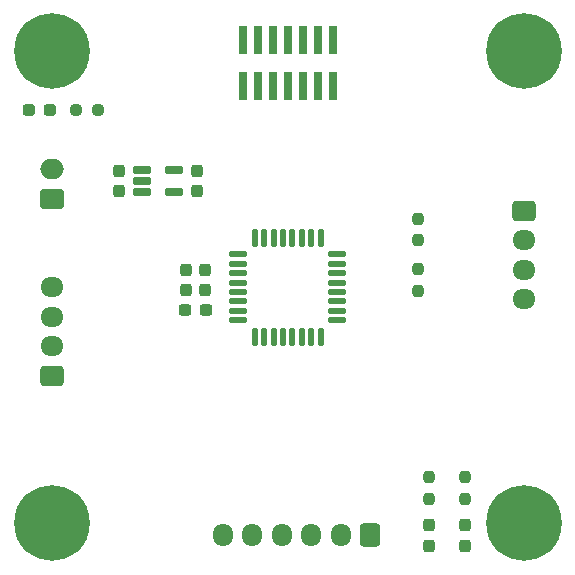
<source format=gbr>
%TF.GenerationSoftware,KiCad,Pcbnew,9.0.7*%
%TF.CreationDate,2026-02-11T09:42:12+01:00*%
%TF.ProjectId,3DN_td_kicad,33444e5f-7464-45f6-9b69-6361642e6b69,1.0*%
%TF.SameCoordinates,Original*%
%TF.FileFunction,Soldermask,Top*%
%TF.FilePolarity,Negative*%
%FSLAX46Y46*%
G04 Gerber Fmt 4.6, Leading zero omitted, Abs format (unit mm)*
G04 Created by KiCad (PCBNEW 9.0.7) date 2026-02-11 09:42:12*
%MOMM*%
%LPD*%
G01*
G04 APERTURE LIST*
G04 Aperture macros list*
%AMRoundRect*
0 Rectangle with rounded corners*
0 $1 Rounding radius*
0 $2 $3 $4 $5 $6 $7 $8 $9 X,Y pos of 4 corners*
0 Add a 4 corners polygon primitive as box body*
4,1,4,$2,$3,$4,$5,$6,$7,$8,$9,$2,$3,0*
0 Add four circle primitives for the rounded corners*
1,1,$1+$1,$2,$3*
1,1,$1+$1,$4,$5*
1,1,$1+$1,$6,$7*
1,1,$1+$1,$8,$9*
0 Add four rect primitives between the rounded corners*
20,1,$1+$1,$2,$3,$4,$5,0*
20,1,$1+$1,$4,$5,$6,$7,0*
20,1,$1+$1,$6,$7,$8,$9,0*
20,1,$1+$1,$8,$9,$2,$3,0*%
G04 Aperture macros list end*
%ADD10RoundRect,0.162500X-0.617500X-0.162500X0.617500X-0.162500X0.617500X0.162500X-0.617500X0.162500X0*%
%ADD11RoundRect,0.125000X-0.625000X-0.125000X0.625000X-0.125000X0.625000X0.125000X-0.625000X0.125000X0*%
%ADD12RoundRect,0.125000X-0.125000X-0.625000X0.125000X-0.625000X0.125000X0.625000X-0.125000X0.625000X0*%
%ADD13RoundRect,0.237500X-0.237500X0.250000X-0.237500X-0.250000X0.237500X-0.250000X0.237500X0.250000X0*%
%ADD14RoundRect,0.237500X0.250000X0.237500X-0.250000X0.237500X-0.250000X-0.237500X0.250000X-0.237500X0*%
%ADD15RoundRect,0.237500X0.237500X-0.250000X0.237500X0.250000X-0.237500X0.250000X-0.237500X-0.250000X0*%
%ADD16RoundRect,0.250000X0.750000X-0.600000X0.750000X0.600000X-0.750000X0.600000X-0.750000X-0.600000X0*%
%ADD17O,2.000000X1.700000*%
%ADD18RoundRect,0.250000X-0.725000X0.600000X-0.725000X-0.600000X0.725000X-0.600000X0.725000X0.600000X0*%
%ADD19O,1.950000X1.700000*%
%ADD20RoundRect,0.250000X0.600000X0.725000X-0.600000X0.725000X-0.600000X-0.725000X0.600000X-0.725000X0*%
%ADD21O,1.700000X1.950000*%
%ADD22RoundRect,0.250000X0.725000X-0.600000X0.725000X0.600000X-0.725000X0.600000X-0.725000X-0.600000X0*%
%ADD23R,0.740000X2.400000*%
%ADD24C,0.800000*%
%ADD25C,6.400000*%
%ADD26RoundRect,0.237500X0.237500X-0.287500X0.237500X0.287500X-0.237500X0.287500X-0.237500X-0.287500X0*%
%ADD27RoundRect,0.237500X-0.287500X-0.237500X0.287500X-0.237500X0.287500X0.237500X-0.287500X0.237500X0*%
%ADD28RoundRect,0.237500X0.300000X0.237500X-0.300000X0.237500X-0.300000X-0.237500X0.300000X-0.237500X0*%
%ADD29RoundRect,0.237500X-0.237500X0.300000X-0.237500X-0.300000X0.237500X-0.300000X0.237500X0.300000X0*%
G04 APERTURE END LIST*
D10*
%TO.C,U2*%
X107650000Y-110050000D03*
X107650000Y-111000000D03*
X107650000Y-111950000D03*
X110350000Y-111950000D03*
X110350000Y-110050000D03*
%TD*%
D11*
%TO.C,U1*%
X115825000Y-117200000D03*
X115825000Y-118000000D03*
X115825000Y-118800000D03*
X115825000Y-119600000D03*
X115825000Y-120400000D03*
X115825000Y-121200000D03*
X115825000Y-122000000D03*
X115825000Y-122800000D03*
D12*
X117200000Y-124175000D03*
X118000000Y-124175000D03*
X118800000Y-124175000D03*
X119600000Y-124175000D03*
X120400000Y-124175000D03*
X121200000Y-124175000D03*
X122000000Y-124175000D03*
X122800000Y-124175000D03*
D11*
X124175000Y-122800000D03*
X124175000Y-122000000D03*
X124175000Y-121200000D03*
X124175000Y-120400000D03*
X124175000Y-119600000D03*
X124175000Y-118800000D03*
X124175000Y-118000000D03*
X124175000Y-117200000D03*
D12*
X122800000Y-115825000D03*
X122000000Y-115825000D03*
X121200000Y-115825000D03*
X120400000Y-115825000D03*
X119600000Y-115825000D03*
X118800000Y-115825000D03*
X118000000Y-115825000D03*
X117200000Y-115825000D03*
%TD*%
D13*
%TO.C,R5*%
X132000000Y-136087500D03*
X132000000Y-137912500D03*
%TD*%
%TO.C,R4*%
X135000000Y-136087500D03*
X135000000Y-137912500D03*
%TD*%
D14*
%TO.C,R3*%
X103912500Y-105000000D03*
X102087500Y-105000000D03*
%TD*%
D13*
%TO.C,R2*%
X131000000Y-114187500D03*
X131000000Y-116012500D03*
%TD*%
D15*
%TO.C,R1*%
X131000000Y-120312500D03*
X131000000Y-118487500D03*
%TD*%
D16*
%TO.C,J5*%
X100000000Y-112500000D03*
D17*
X100000000Y-110000000D03*
%TD*%
D18*
%TO.C,J4*%
X140000000Y-113500000D03*
D19*
X140000000Y-116000000D03*
X140000000Y-118500000D03*
X140000000Y-121000000D03*
%TD*%
D20*
%TO.C,J3*%
X127000000Y-141000000D03*
D21*
X124500000Y-141000000D03*
X122000000Y-141000000D03*
X119500000Y-141000000D03*
X117000000Y-141000000D03*
X114500000Y-141000000D03*
%TD*%
D22*
%TO.C,J2*%
X100000000Y-127500000D03*
D19*
X100000000Y-125000000D03*
X100000000Y-122500000D03*
X100000000Y-120000000D03*
%TD*%
D23*
%TO.C,J1*%
X123810000Y-99050000D03*
X123810000Y-102950000D03*
X122540000Y-99050000D03*
X122540000Y-102950000D03*
X121270000Y-99050000D03*
X121270000Y-102950000D03*
X120000000Y-99050000D03*
X120000000Y-102950000D03*
X118730000Y-99050000D03*
X118730000Y-102950000D03*
X117460000Y-99050000D03*
X117460000Y-102950000D03*
X116190000Y-99050000D03*
X116190000Y-102950000D03*
%TD*%
D24*
%TO.C,H4*%
X137600000Y-140000000D03*
X138302944Y-138302944D03*
X138302944Y-141697056D03*
X140000000Y-137600000D03*
D25*
X140000000Y-140000000D03*
D24*
X140000000Y-142400000D03*
X141697056Y-138302944D03*
X141697056Y-141697056D03*
X142400000Y-140000000D03*
%TD*%
%TO.C,H3*%
X97600000Y-140000000D03*
X98302944Y-138302944D03*
X98302944Y-141697056D03*
X100000000Y-137600000D03*
D25*
X100000000Y-140000000D03*
D24*
X100000000Y-142400000D03*
X101697056Y-138302944D03*
X101697056Y-141697056D03*
X102400000Y-140000000D03*
%TD*%
%TO.C,H2*%
X137600000Y-100000000D03*
X138302944Y-98302944D03*
X138302944Y-101697056D03*
X140000000Y-97600000D03*
D25*
X140000000Y-100000000D03*
D24*
X140000000Y-102400000D03*
X141697056Y-98302944D03*
X141697056Y-101697056D03*
X142400000Y-100000000D03*
%TD*%
%TO.C,H1*%
X97600000Y-100000000D03*
X98302944Y-98302944D03*
X98302944Y-101697056D03*
X100000000Y-97600000D03*
D25*
X100000000Y-100000000D03*
D24*
X100000000Y-102400000D03*
X101697056Y-98302944D03*
X101697056Y-101697056D03*
X102400000Y-100000000D03*
%TD*%
D26*
%TO.C,D3*%
X132000000Y-141875000D03*
X132000000Y-140125000D03*
%TD*%
%TO.C,D2*%
X135000000Y-141875000D03*
X135000000Y-140125000D03*
%TD*%
D27*
%TO.C,D1*%
X98125000Y-105000000D03*
X99875000Y-105000000D03*
%TD*%
D28*
%TO.C,C5*%
X113062500Y-121900000D03*
X111337500Y-121900000D03*
%TD*%
D29*
%TO.C,C4*%
X111400000Y-118537500D03*
X111400000Y-120262500D03*
%TD*%
%TO.C,C3*%
X113000000Y-118537500D03*
X113000000Y-120262500D03*
%TD*%
%TO.C,C2*%
X112300000Y-110137500D03*
X112300000Y-111862500D03*
%TD*%
%TO.C,C1*%
X105700000Y-110137500D03*
X105700000Y-111862500D03*
%TD*%
M02*

</source>
